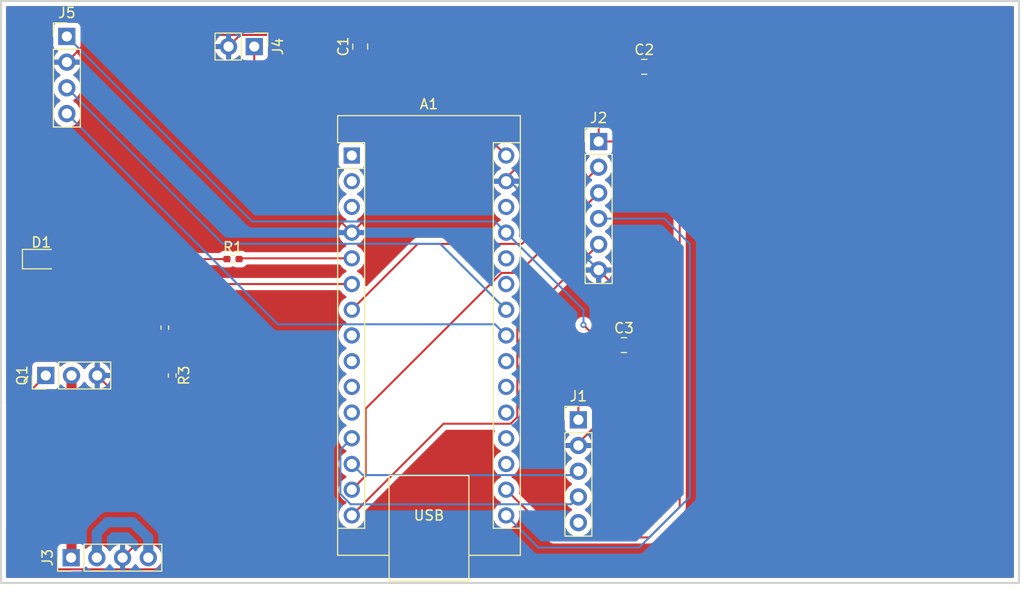
<source format=kicad_pcb>
(kicad_pcb (version 20240108) (generator "pcbnew") (generator_version "8.0")
  (layers (0 "F.Cu" signal) (31 "B.Cu" signal) (34 "B.Paste" user) (35 "F.Paste" user) (36 "B.SilkS" user "B.Silkscreen") (37 "F.SilkS" user "F.Silkscreen") (38 "B.Mask" user) (39 "F.Mask" user) (44 "Edge.Cuts" user))
  (net 0 "")
  (net 3 "SCL")
  (net 4 "GPS_RXD")
  (net 5 "SD_MISO")
  (net 7 "SD_MOSI")
  (net 8 "VIN")
  (net 11 "Net-(A1-D3)")
  (net 12 "GND")
  (net 15 "+3.3V")
  (net 16 "Net-(A1-D2)")
  (net 20 "SD_CLK")
  (net 25 "GPS_TXD")
  (net 26 "SDA")
  (net 28 "+5V")
  (net 29 "SD_CS")
  (net 30 "Net-(D1-A)")
  (net 32 "Net-(J3-Pin_1)")
  (net 33 "Net-(J3-Pin_2)")
  (net 34 "Net-(Q1-G)")
  (footprint "Connector_PinHeader_2.54mm:PinHeader_1x04_P2.54mm_Vertical" (layer "F.Cu") (at 109.5 61)
    (property "Reference" "J5" (at 0 -2.33 0) (layer "F.SilkS"))
    (property "Value" "BME_280")
    (fp_line (start -1.33 -1.33) (end 0 -1.33) (stroke (width 0.12)) (layer "F.SilkS"))
    (fp_line (start -1.33 0) (end -1.33 -1.33) (stroke (width 0.12)) (layer "F.SilkS"))
    (fp_line (start -1.33 1.27) (end -1.33 8.95) (stroke (width 0.12)) (layer "F.SilkS"))
    (fp_line (start -1.33 1.27) (end 1.33 1.27) (stroke (width 0.12)) (layer "F.SilkS"))
    (fp_line (start -1.33 8.95) (end 1.33 8.95) (stroke (width 0.12)) (layer "F.SilkS"))
    (fp_line (start 1.33 1.27) (end 1.33 8.95) (stroke (width 0.12)) (layer "F.SilkS"))
    (pad "1" thru_hole rect (at 0 0) (size 1.7 1.7) (drill 1) (layers "*.Cu" "*.Mask") (net 28 "+5V"))
    (pad "2" thru_hole oval (at 0 2.54) (size 1.7 1.7) (drill 1) (layers "*.Cu" "*.Mask") (net 12 "GND"))
    (pad "3" thru_hole oval (at 0 5.08) (size 1.7 1.7) (drill 1) (layers "*.Cu" "*.Mask") (net 3 "SCL"))
    (pad "4" thru_hole oval (at 0 7.62) (size 1.7 1.7) (drill 1) (layers "*.Cu" "*.Mask") (net 26 "SDA"))
  )
  (footprint "Connector_PinHeader_2.54mm:PinHeader_1x04_P2.54mm_Vertical" (layer "F.Cu") (at 109.92 112.5 90)
    (property "Reference" "J3" (at 0 -2.33 -90) (layer "F.SilkS"))
    (property "Value" "Fuse Pins")
    (fp_line (start -1.33 -1.33) (end 0 -1.33) (stroke (width 0.12)) (layer "F.SilkS"))
    (fp_line (start -1.33 0) (end -1.33 -1.33) (stroke (width 0.12)) (layer "F.SilkS"))
    (fp_line (start 1.33 1.27) (end 1.33 8.95) (stroke (width 0.12)) (layer "F.SilkS"))
    (fp_line (start -1.33 1.27) (end 1.33 1.27) (stroke (width 0.12)) (layer "F.SilkS"))
    (fp_line (start -1.33 1.27) (end -1.33 8.95) (stroke (width 0.12)) (layer "F.SilkS"))
    (fp_line (start -1.33 8.95) (end 1.33 8.95) (stroke (width 0.12)) (layer "F.SilkS"))
    (pad "1" thru_hole rect (at 0 0 90) (size 1.7 1.7) (drill 1) (layers "*.Cu" "*.Mask") (net 32 "Net-(J3-Pin_1)"))
    (pad "2" thru_hole oval (at 0 2.54 90) (size 1.7 1.7) (drill 1) (layers "*.Cu" "*.Mask") (net 33 "Net-(J3-Pin_2)"))
    (pad "3" thru_hole oval (at 0 5.08 90) (size 1.7 1.7) (drill 1) (layers "*.Cu" "*.Mask") (net 12 "GND"))
    (pad "4" thru_hole oval (at 0 7.62 90) (size 1.7 1.7) (drill 1) (layers "*.Cu" "*.Mask") (net 33 "Net-(J3-Pin_2)"))
  )
  (footprint "Connector_PinHeader_2.54mm:PinHeader_1x02_P2.54mm_Vertical" (layer "F.Cu") (at 128 62 -90)
    (property "Reference" "J4" (at 0 -2.33 90) (layer "F.SilkS"))
    (property "Value" "Power In")
    (fp_line (start -1.33 3.87) (end 1.33 3.87) (stroke (width 0.12)) (layer "F.SilkS"))
    (fp_line (start -1.33 1.27) (end -1.33 3.87) (stroke (width 0.12)) (layer "F.SilkS"))
    (fp_line (start -1.33 1.27) (end 1.33 1.27) (stroke (width 0.12)) (layer "F.SilkS"))
    (fp_line (start 1.33 1.27) (end 1.33 3.87) (stroke (width 0.12)) (layer "F.SilkS"))
    (fp_line (start -1.33 0) (end -1.33 -1.33) (stroke (width 0.12)) (layer "F.SilkS"))
    (fp_line (start -1.33 -1.33) (end 0 -1.33) (stroke (width 0.12)) (layer "F.SilkS"))
    (pad "1" thru_hole rect (at 0 0 270) (size 1.7 1.7) (drill 1) (layers "*.Cu" "*.Mask") (net 8 "VIN"))
    (pad "2" thru_hole oval (at 0 2.54 270) (size 1.7 1.7) (drill 1) (layers "*.Cu" "*.Mask") (net 12 "GND"))
  )
  (footprint "Capacitor_SMD:C_0805_2012Metric_Pad1.18x1.45mm_HandSolder" (layer "F.Cu") (at 164.5 91.5)
    (property "Reference" "C3" (at 0 -1.68 0) (layer "F.SilkS"))
    (property "Value" "C")
    (fp_line (start -0.261252 -0.735) (end 0.261252 -0.735) (stroke (width 0.12)) (layer "F.SilkS"))
    (fp_line (start -0.261252 0.735) (end 0.261252 0.735) (stroke (width 0.12)) (layer "F.SilkS"))
    (pad "1" smd roundrect (at -1.0375 0) (size 1.175 1.45) (layers "F.Cu" "F.Paste" "F.Mask") (roundrect_rratio 0.212766) (net 28 "+5V"))
    (pad "2" smd roundrect (at 1.0375 0) (size 1.175 1.45) (layers "F.Cu" "F.Paste" "F.Mask") (roundrect_rratio 0.212766) (net 12 "GND"))
  )
  (footprint "Capacitor_SMD:C_0805_2012Metric_Pad1.18x1.45mm_HandSolder" (layer "F.Cu") (at 138.4625 62 90)
    (property "Reference" "C1" (at 0 -1.68 -90) (layer "F.SilkS"))
    (property "Value" "C")
    (fp_line (start -0.261252 -0.735) (end 0.261252 -0.735) (stroke (width 0.12)) (layer "F.SilkS"))
    (fp_line (start -0.261252 0.735) (end 0.261252 0.735) (stroke (width 0.12)) (layer "F.SilkS"))
    (pad "1" smd roundrect (at -1.0375 0 90) (size 1.175 1.45) (layers "F.Cu" "F.Paste" "F.Mask") (roundrect_rratio 0.212766) (net 8 "VIN"))
    (pad "2" smd roundrect (at 1.0375 0 90) (size 1.175 1.45) (layers "F.Cu" "F.Paste" "F.Mask") (roundrect_rratio 0.212766) (net 12 "GND"))
  )
  (footprint "Connector_PinHeader_2.54mm:PinHeader_1x06_P2.54mm_Vertical" (layer "F.Cu") (at 162 71.38)
    (property "Reference" "J2" (at 0 -2.33 0) (layer "F.SilkS"))
    (property "Value" "SD Card")
    (fp_line (start -1.33 -1.33) (end 0 -1.33) (stroke (width 0.12)) (layer "F.SilkS"))
    (fp_line (start -1.33 0) (end -1.33 -1.33) (stroke (width 0.12)) (layer "F.SilkS"))
    (fp_line (start -1.33 1.27) (end -1.33 14.03) (stroke (width 0.12)) (layer "F.SilkS"))
    (fp_line (start -1.33 1.27) (end 1.33 1.27) (stroke (width 0.12)) (layer "F.SilkS"))
    (fp_line (start -1.33 14.03) (end 1.33 14.03) (stroke (width 0.12)) (layer "F.SilkS"))
    (fp_line (start 1.33 1.27) (end 1.33 14.03) (stroke (width 0.12)) (layer "F.SilkS"))
    (pad "1" thru_hole rect (at 0 0) (size 1.7 1.7) (drill 1) (layers "*.Cu" "*.Mask") (net 15 "+3.3V"))
    (pad "2" thru_hole oval (at 0 2.54) (size 1.7 1.7) (drill 1) (layers "*.Cu" "*.Mask") (net 29 "SD_CS"))
    (pad "3" thru_hole oval (at 0 5.08) (size 1.7 1.7) (drill 1) (layers "*.Cu" "*.Mask") (net 7 "SD_MOSI"))
    (pad "4" thru_hole oval (at 0 7.62) (size 1.7 1.7) (drill 1) (layers "*.Cu" "*.Mask") (net 20 "SD_CLK"))
    (pad "5" thru_hole oval (at 0 10.16) (size 1.7 1.7) (drill 1) (layers "*.Cu" "*.Mask") (net 5 "SD_MISO"))
    (pad "6" thru_hole oval (at 0 12.7) (size 1.7 1.7) (drill 1) (layers "*.Cu" "*.Mask") (net 12 "GND"))
  )
  (footprint "Module:Arduino_Nano" (layer "F.Cu") (at 137.63 72.765)
    (property "Reference" "A1" (at 7.62 -5.08 0) (layer "F.SilkS"))
    (property "Value" "Arduino_Nano_v3.x")
    (fp_line (start -1.4 -3.94) (end -1.4 -1.27) (stroke (width 0.12)) (layer "F.SilkS"))
    (fp_line (start -1.4 1.27) (end -1.4 39.5) (stroke (width 0.12)) (layer "F.SilkS"))
    (fp_line (start -1.4 39.5) (end 3.68 39.5) (stroke (width 0.12)) (layer "F.SilkS"))
    (fp_line (start 1.27 -1.27) (end -1.4 -1.27) (stroke (width 0.12)) (layer "F.SilkS"))
    (fp_line (start 1.27 1.27) (end -1.4 1.27) (stroke (width 0.12)) (layer "F.SilkS"))
    (fp_line (start 1.27 1.27) (end 1.27 -1.27) (stroke (width 0.12)) (layer "F.SilkS"))
    (fp_line (start 1.27 1.27) (end 1.27 36.83) (stroke (width 0.12)) (layer "F.SilkS"))
    (fp_line (start 1.27 36.83) (end -1.4 36.83) (stroke (width 0.12)) (layer "F.SilkS"))
    (fp_line (start 3.68 31.62) (end 11.56 31.62) (stroke (width 0.12)) (layer "F.SilkS"))
    (fp_line (start 3.68 42.04) (end 3.68 31.62) (stroke (width 0.12)) (layer "F.SilkS"))
    (fp_line (start 11.56 31.62) (end 11.56 42.04) (stroke (width 0.12)) (layer "F.SilkS"))
    (fp_line (start 11.56 42.04) (end 3.68 42.04) (stroke (width 0.12)) (layer "F.SilkS"))
    (fp_line (start 13.97 -1.27) (end 13.97 36.83) (stroke (width 0.12)) (layer "F.SilkS"))
    (fp_line (start 13.97 -1.27) (end 16.64 -1.27) (stroke (width 0.12)) (layer "F.SilkS"))
    (fp_line (start 13.97 36.83) (end 16.64 36.83) (stroke (width 0.12)) (layer "F.SilkS"))
    (fp_line (start 16.64 -3.94) (end -1.4 -3.94) (stroke (width 0.12)) (layer "F.SilkS"))
    (fp_line (start 16.64 39.5) (end 11.56 39.5) (stroke (width 0.12)) (layer "F.SilkS"))
    (fp_line (start 16.64 39.5) (end 16.64 -3.94) (stroke (width 0.12)) (layer "F.SilkS"))
    (fp_text user "USB" (at 7.62 35.56 0) (layer "F.SilkS"))
    (pad "1" thru_hole rect (at 0 0) (size 1.6 1.6) (drill 1) (layers "*.Cu" "*.Mask"))
    (pad "2" thru_hole oval (at 0 2.54) (size 1.6 1.6) (drill 1) (layers "*.Cu" "*.Mask"))
    (pad "3" thru_hole oval (at 0 5.08) (size 1.6 1.6) (drill 1) (layers "*.Cu" "*.Mask"))
    (pad "4" thru_hole oval (at 0 7.62) (size 1.6 1.6) (drill 1) (layers "*.Cu" "*.Mask") (net 12 "GND"))
    (pad "5" thru_hole oval (at 0 10.16) (size 1.6 1.6) (drill 1) (layers "*.Cu" "*.Mask") (net 16 "Net-(A1-D2)"))
    (pad "6" thru_hole oval (at 0 12.7) (size 1.6 1.6) (drill 1) (layers "*.Cu" "*.Mask") (net 11 "Net-(A1-D3)"))
    (pad "7" thru_hole oval (at 0 15.24) (size 1.6 1.6) (drill 1) (layers "*.Cu" "*.Mask") (net 29 "SD_CS"))
    (pad "8" thru_hole oval (at 0 17.78) (size 1.6 1.6) (drill 1) (layers "*.Cu" "*.Mask"))
    (pad "9" thru_hole oval (at 0 20.32) (size 1.6 1.6) (drill 1) (layers "*.Cu" "*.Mask"))
    (pad "10" thru_hole oval (at 0 22.86) (size 1.6 1.6) (drill 1) (layers "*.Cu" "*.Mask"))
    (pad "11" thru_hole oval (at 0 25.4) (size 1.6 1.6) (drill 1) (layers "*.Cu" "*.Mask"))
    (pad "12" thru_hole oval (at 0 27.94) (size 1.6 1.6) (drill 1) (layers "*.Cu" "*.Mask") (net 4 "GPS_RXD"))
    (pad "13" thru_hole oval (at 0 30.48) (size 1.6 1.6) (drill 1) (layers "*.Cu" "*.Mask") (net 25 "GPS_TXD"))
    (pad "14" thru_hole oval (at 0 33.02) (size 1.6 1.6) (drill 1) (layers "*.Cu" "*.Mask") (net 7 "SD_MOSI"))
    (pad "15" thru_hole oval (at 0 35.56) (size 1.6 1.6) (drill 1) (layers "*.Cu" "*.Mask") (net 5 "SD_MISO"))
    (pad "16" thru_hole oval (at 15.24 35.56) (size 1.6 1.6) (drill 1) (layers "*.Cu" "*.Mask") (net 20 "SD_CLK"))
    (pad "17" thru_hole oval (at 15.24 33.02) (size 1.6 1.6) (drill 1) (layers "*.Cu" "*.Mask") (net 15 "+3.3V"))
    (pad "18" thru_hole oval (at 15.24 30.48) (size 1.6 1.6) (drill 1) (layers "*.Cu" "*.Mask"))
    (pad "19" thru_hole oval (at 15.24 27.94) (size 1.6 1.6) (drill 1) (layers "*.Cu" "*.Mask"))
    (pad "20" thru_hole oval (at 15.24 25.4) (size 1.6 1.6) (drill 1) (layers "*.Cu" "*.Mask"))
    (pad "21" thru_hole oval (at 15.24 22.86) (size 1.6 1.6) (drill 1) (layers "*.Cu" "*.Mask"))
    (pad "22" thru_hole oval (at 15.24 20.32) (size 1.6 1.6) (drill 1) (layers "*.Cu" "*.Mask"))
    (pad "23" thru_hole oval (at 15.24 17.78) (size 1.6 1.6) (drill 1) (layers "*.Cu" "*.Mask") (net 26 "SDA"))
    (pad "24" thru_hole oval (at 15.24 15.24) (size 1.6 1.6) (drill 1) (layers "*.Cu" "*.Mask") (net 3 "SCL"))
    (pad "25" thru_hole oval (at 15.24 12.7) (size 1.6 1.6) (drill 1) (layers "*.Cu" "*.Mask"))
    (pad "26" thru_hole oval (at 15.24 10.16) (size 1.6 1.6) (drill 1) (layers "*.Cu" "*.Mask"))
    (pad "27" thru_hole oval (at 15.24 7.62) (size 1.6 1.6) (drill 1) (layers "*.Cu" "*.Mask") (net 28 "+5V"))
    (pad "28" thru_hole oval (at 15.24 5.08) (size 1.6 1.6) (drill 1) (layers "*.Cu" "*.Mask"))
    (pad "29" thru_hole oval (at 15.24 2.54) (size 1.6 1.6) (drill 1) (layers "*.Cu" "*.Mask") (net 12 "GND"))
    (pad "30" thru_hole oval (at 15.24 0) (size 1.6 1.6) (drill 1) (layers "*.Cu" "*.Mask") (net 8 "VIN"))
  )
  (footprint "Resistor_SMD:R_0402_1005Metric_Pad0.72x0.64mm_HandSolder" (layer "F.Cu") (at 119.1725 89.77 -90)
    (property "Reference" "R2" (hide yes))
    (property "Value" "100")
    (fp_line (start -0.167621 0.38) (end 0.167621 0.38) (stroke (width 0.12)) (layer "F.SilkS"))
    (fp_line (start -0.167621 -0.38) (end 0.167621 -0.38) (stroke (width 0.12)) (layer "F.SilkS"))
    (pad "1" smd roundrect (at -0.5975 0 270) (size 0.715 0.64) (layers "F.Cu" "F.Paste" "F.Mask") (net 11 "Net-(A1-D3)"))
    (pad "2" smd roundrect (at 0.5975 0 270) (size 0.715 0.64) (layers "F.Cu" "F.Paste" "F.Mask") (net 34 "Net-(Q1-G)"))
  )
  (footprint "Capacitor_SMD:C_0805_2012Metric_Pad1.18x1.45mm_HandSolder" (layer "F.Cu") (at 166.5 64)
    (property "Reference" "C2" (at 0 -1.68 0) (layer "F.SilkS"))
    (property "Value" "C")
    (fp_line (start -0.261252 -0.735) (end 0.261252 -0.735) (stroke (width 0.12)) (layer "F.SilkS"))
    (fp_line (start -0.261252 0.735) (end 0.261252 0.735) (stroke (width 0.12)) (layer "F.SilkS"))
    (pad "1" smd roundrect (at -1.0375 0) (size 1.175 1.45) (layers "F.Cu" "F.Paste" "F.Mask") (roundrect_rratio 0.212766) (net 15 "+3.3V"))
    (pad "2" smd roundrect (at 1.0375 0) (size 1.175 1.45) (layers "F.Cu" "F.Paste" "F.Mask") (roundrect_rratio 0.212766) (net 12 "GND"))
  )
  (footprint "LED_SMD:LED_0805_2012Metric_Pad1.15x1.40mm_HandSolder" (layer "F.Cu") (at 106.975 83)
    (property "Reference" "D1" (at 0 -1.65 0) (layer "F.SilkS"))
    (property "Value" "LED")
    (fp_line (start -1.86 -0.96) (end -1.86 0.96) (stroke (width 0.12)) (layer "F.SilkS"))
    (fp_line (start -1.86 0.96) (end 1 0.96) (stroke (width 0.12)) (layer "F.SilkS"))
    (fp_line (start 1 -0.96) (end -1.86 -0.96) (stroke (width 0.12)) (layer "F.SilkS"))
    (pad "1" smd roundrect (at -1.025 0) (size 1.15 1.4) (layers "F.Cu" "F.Paste" "F.Mask") (roundrect_rratio 0.217391) (net 12 "GND"))
    (pad "2" smd roundrect (at 1.025 0) (size 1.15 1.4) (layers "F.Cu" "F.Paste" "F.Mask") (roundrect_rratio 0.217391) (net 30 "Net-(D1-A)"))
  )
  (footprint "Connector_PinHeader_2.54mm:PinHeader_1x03_P2.54mm_Vertical" (layer "F.Cu") (at 107.42 94.5 90)
    (property "Reference" "Q1" (at 0 -2.33 -90) (layer "F.SilkS"))
    (property "Value" "30N06L")
    (fp_line (start -1.33 -1.33) (end 0 -1.33) (stroke (width 0.12)) (layer "F.SilkS"))
    (fp_line (start -1.33 0) (end -1.33 -1.33) (stroke (width 0.12)) (layer "F.SilkS"))
    (fp_line (start 1.33 1.27) (end 1.33 6.41) (stroke (width 0.12)) (layer "F.SilkS"))
    (fp_line (start -1.33 1.27) (end 1.33 1.27) (stroke (width 0.12)) (layer "F.SilkS"))
    (fp_line (start -1.33 1.27) (end -1.33 6.41) (stroke (width 0.12)) (layer "F.SilkS"))
    (fp_line (start -1.33 6.41) (end 1.33 6.41) (stroke (width 0.12)) (layer "F.SilkS"))
    (pad "1" thru_hole rect (at 0 0 90) (size 1.7 1.7) (drill 1) (layers "*.Cu" "*.Mask") (net 34 "Net-(Q1-G)"))
    (pad "2" thru_hole oval (at 0 2.54 90) (size 1.7 1.7) (drill 1) (layers "*.Cu" "*.Mask") (net 32 "Net-(J3-Pin_1)"))
    (pad "3" thru_hole oval (at 0 5.08 90) (size 1.7 1.7) (drill 1) (layers "*.Cu" "*.Mask") (net 12 "GND"))
  )
  (footprint "Resistor_SMD:R_0402_1005Metric_Pad0.72x0.64mm_HandSolder" (layer "F.Cu") (at 119.9025 94.5 -90)
    (property "Reference" "R3" (at 0 -1.17 90) (layer "F.SilkS"))
    (property "Value" "10k")
    (fp_line (start -0.167621 0.38) (end 0.167621 0.38) (stroke (width 0.12)) (layer "F.SilkS"))
    (fp_line (start -0.167621 -0.38) (end 0.167621 -0.38) (stroke (width 0.12)) (layer "F.SilkS"))
    (pad "1" smd roundrect (at -0.5975 0 270) (size 0.715 0.64) (layers "F.Cu" "F.Paste" "F.Mask") (net 34 "Net-(Q1-G)"))
    (pad "2" smd roundrect (at 0.5975 0 270) (size 0.715 0.64) (layers "F.Cu" "F.Paste" "F.Mask") (net 12 "GND"))
  )
  (footprint "Resistor_SMD:R_0402_1005Metric_Pad0.72x0.64mm_HandSolder" (layer "F.Cu") (at 125.9025 83)
    (property "Reference" "R1" (at 0 -1.17 0) (layer "F.SilkS"))
    (property "Value" "330")
    (fp_line (start -0.167621 -0.38) (end 0.167621 -0.38) (stroke (width 0.12)) (layer "F.SilkS"))
    (fp_line (start -0.167621 0.38) (end 0.167621 0.38) (stroke (width 0.12)) (layer "F.SilkS"))
    (pad "1" smd roundrect (at -0.5975 0) (size 0.715 0.64) (layers "F.Cu" "F.Paste" "F.Mask") (net 30 "Net-(D1-A)"))
    (pad "2" smd roundrect (at 0.5975 0) (size 0.715 0.64) (layers "F.Cu" "F.Paste" "F.Mask") (net 16 "Net-(A1-D2)"))
  )
  (footprint "Connector_PinHeader_2.54mm:PinHeader_1x05_P2.54mm_Vertical" (layer "F.Cu") (at 160 98.88)
    (property "Reference" "J1" (at 0 -2.33 0) (layer "F.SilkS"))
    (property "Value" "GPS")
    (fp_line (start -1.33 -1.33) (end 0 -1.33) (stroke (width 0.12)) (layer "F.SilkS"))
    (fp_line (start -1.33 0) (end -1.33 -1.33) (stroke (width 0.12)) (layer "F.SilkS"))
    (fp_line (start -1.33 1.27) (end -1.33 11.49) (stroke (width 0.12)) (layer "F.SilkS"))
    (fp_line (start -1.33 1.27) (end 1.33 1.27) (stroke (width 0.12)) (layer "F.SilkS"))
    (fp_line (start -1.33 11.49) (end 1.33 11.49) (stroke (width 0.12)) (layer "F.SilkS"))
    (fp_line (start 1.33 1.27) (end 1.33 11.49) (stroke (width 0.12)) (layer "F.SilkS"))
    (pad "1" thru_hole rect (at 0 0) (size 1.7 1.7) (drill 1) (layers "*.Cu" "*.Mask") (net 28 "+5V"))
    (pad "2" thru_hole oval (at 0 2.54) (size 1.7 1.7) (drill 1) (layers "*.Cu" "*.Mask") (net 12 "GND"))
    (pad "3" thru_hole oval (at 0 5.08) (size 1.7 1.7) (drill 1) (layers "*.Cu" "*.Mask") (net 25 "GPS_TXD"))
    (pad "4" thru_hole oval (at 0 7.62) (size 1.7 1.7) (drill 1) (layers "*.Cu" "*.Mask") (net 4 "GPS_RXD"))
    (pad "5" thru_hole oval (at 0 10.16) (size 1.7 1.7) (drill 1) (layers "*.Cu" "*.Mask"))
  )
  (gr_rect (start 103 57.5) (end 203.5 115) (stroke (width 0.2)) (fill none) (layer "Edge.Cuts"))
  (gr_text "Moonstone by Dawid Fedor revision 1 2024" (at 142.5 61 0) (layer "F.Cu") (effects (font (size 1.5 1.5) (thickness 0.3) (bold yes)) (justify left bottom)))
  (segment (start 146.35 81.485) (end 152.87 88.005) (width 0.2) (layer "B.Cu") (net 3))
  (segment (start 109.5 66.08) (end 124.905 81.485) (width 0.2) (layer "B.Cu") (net 3))
  (segment (start 124.905 81.485) (end 146.35 81.485) (width 0.2) (layer "B.Cu") (net 3))
  (segment (start 136.5 106.210635) (end 136.5 101.835) (width 0.2) (layer "B.Cu") (net 4))
  (segment (start 136.5 101.835) (end 137.63 100.705) (width 0.2) (layer "B.Cu") (net 4))
  (segment (start 159.275 107.225) (end 137.514365 107.225) (width 0.2) (layer "B.Cu") (net 4))
  (segment (start 137.514365 107.225) (end 136.5 106.210635) (width 0.2) (layer "B.Cu") (net 4))
  (segment (start 160 106.5) (end 159.275 107.225) (width 0.2) (layer "B.Cu") (net 4))
  (segment (start 153.325635 99.265) (end 146.69 99.265) (width 0.2) (layer "F.Cu") (net 5))
  (segment (start 146.69 99.265) (end 137.63 108.325) (width 0.2) (layer "F.Cu") (net 5))
  (segment (start 153.97 89.57) (end 153.97 98.620635) (width 0.2) (layer "F.Cu") (net 5))
  (segment (start 153.97 98.620635) (end 153.325635 99.265) (width 0.2) (layer "F.Cu") (net 5))
  (segment (start 162 81.54) (end 153.97 89.57) (width 0.2) (layer "F.Cu") (net 5))
  (segment (start 139 104.415) (end 137.63 105.785) (width 0.2) (layer "F.Cu") (net 7))
  (segment (start 138.274365 105.785) (end 137.63 105.785) (width 0.2) (layer "F.Cu") (net 7))
  (segment (start 162 76.46) (end 154.095 84.365) (width 0.2) (layer "F.Cu") (net 7))
  (segment (start 139 97.779365) (end 139 104.415) (width 0.2) (layer "F.Cu") (net 7))
  (segment (start 152.414365 84.365) (end 139 97.779365) (width 0.2) (layer "F.Cu") (net 7))
  (segment (start 154.095 84.365) (end 152.414365 84.365) (width 0.2) (layer "F.Cu") (net 7))
  (segment (start 133.5 69) (end 133.25 68.75) (width 0.2) (layer "F.Cu") (net 8))
  (segment (start 152.87 72.765) (end 149.105 69) (width 0.2) (layer "F.Cu") (net 8))
  (segment (start 133.25 68.75) (end 138.4625 63.5375) (width 0.2) (layer "F.Cu") (net 8))
  (segment (start 149.105 69) (end 133.5 69) (width 0.2) (layer "F.Cu") (net 8))
  (segment (start 133.25 68.75) (end 128 63.5) (width 0.2) (layer "F.Cu") (net 8))
  (segment (start 138.4625 63.5375) (end 138.4625 63.0375) (width 0.2) (layer "F.Cu") (net 8))
  (segment (start 128 63.5) (end 128 62) (width 0.2) (layer "F.Cu") (net 8))
  (segment (start 137.63 85.465) (end 122.88 85.465) (width 0.2) (layer "F.Cu") (net 11))
  (segment (start 122.88 85.465) (end 119.1725 89.1725) (width 0.2) (layer "F.Cu") (net 11))
  (segment (start 160 101.42) (end 160 101.18) (width 0.2) (layer "F.Cu") (net 12))
  (segment (start 125.46 68.215) (end 137.63 80.385) (width 0.2) (layer "F.Cu") (net 12))
  (segment (start 166.5125 62.975) (end 164.890256 62.975) (width 0.2) (layer "F.Cu") (net 12))
  (segment (start 115 112.5) (end 119.9025 107.5975) (width 0.2) (layer "F.Cu") (net 12))
  (segment (start 116 98) (end 119.9025 98) (width 0.2) (layer "F.Cu") (net 12))
  (segment (start 109.5 63.54) (end 112.19 60.85) (width 0.2) (layer "F.Cu") (net 12))
  (segment (start 125.46 62) (end 126.61 60.85) (width 0.2) (layer "F.Cu") (net 12))
  (segment (start 138.35 60.85) (end 138.4625 60.9625) (width 0.2) (layer "F.Cu") (net 12))
  (segment (start 164.890256 62.975) (end 152.87 74.995256) (width 0.2) (layer "F.Cu") (net 12))
  (segment (start 152.87 74.995256) (end 152.87 75.305) (width 0.2) (layer "F.Cu") (net 12))
  (segment (start 165.5375 91.5) (end 165.5375 87.6175) (width 0.2) (layer "F.Cu") (net 12))
  (segment (start 165.5375 95.6425) (end 165.5375 91.5) (width 0.2) (layer "F.Cu") (net 12))
  (segment (start 119.9025 107.5975) (end 119.9025 98) (width 0.2) (layer "F.Cu") (net 12))
  (segment (start 142.71 75.305) (end 137.63 80.385) (width 0.2) (layer "F.Cu") (net 12))
  (segment (start 167.5375 64) (end 166.5125 62.975) (width 0.2) (layer "F.Cu") (net 12))
  (segment (start 125.46 62) (end 125.46 68.215) (width 0.2) (layer "F.Cu") (net 12))
  (segment (start 152.87 75.305) (end 142.71 75.305) (width 0.2) (layer "F.Cu") (net 12))
  (segment (start 153.105 75.305) (end 152.87 75.305) (width 0.2) (layer "F.Cu") (net 12))
  (segment (start 112.5 94.5) (end 116 98) (width 0.2) (layer "F.Cu") (net 12))
  (segment (start 165.5375 87.6175) (end 162 84.08) (width 0.2) (layer "F.Cu") (net 12))
  (segment (start 112.19 60.85) (end 138.35 60.85) (width 0.2) (layer "F.Cu") (net 12))
  (segment (start 126.61 60.85) (end 138.35 60.85) (width 0.2) (layer "F.Cu") (net 12))
  (segment (start 119.9025 98) (end 119.9025 95.0975) (width 0.2) (layer "F.Cu") (net 12))
  (segment (start 160 101.18) (end 165.5375 95.6425) (width 0.2) (layer "F.Cu") (net 12))
  (segment (start 162 84.08) (end 153.225 75.305) (width 0.2) (layer "B.Cu") (net 12))
  (segment (start 153.225 75.305) (end 152.87 75.305) (width 0.2) (layer "B.Cu") (net 12))
  (segment (start 167 110.5) (end 157.585 110.5) (width 0.2) (layer "F.Cu") (net 15))
  (segment (start 162 67.4625) (end 165.4625 64) (width 0.2) (layer "F.Cu") (net 15))
  (segment (start 167.38 71.38) (end 170 74) (width 0.2) (layer "F.Cu") (net 15))
  (segment (start 162 71.38) (end 167.38 71.38) (width 0.2) (layer "F.Cu") (net 15))
  (segment (start 170 107.5) (end 167 110.5) (width 0.2) (layer "F.Cu") (net 15))
  (segment (start 157.585 110.5) (end 152.87 105.785) (width 0.2) (layer "F.Cu") (net 15))
  (segment (start 162 71.38) (end 162 67.4625) (width 0.2) (layer "F.Cu") (net 15))
  (segment (start 170 74) (end 170 107.5) (width 0.2) (layer "F.Cu") (net 15))
  (segment (start 126.575 82.925) (end 126.5 83) (width 0.2) (layer "F.Cu") (net 16))
  (segment (start 137.63 82.925) (end 126.575 82.925) (width 0.2) (layer "F.Cu") (net 16))
  (segment (start 171 106.5) (end 166 111.5) (width 0.2) (layer "B.Cu") (net 20))
  (segment (start 168.5 79) (end 171 81.5) (width 0.2) (layer "B.Cu") (net 20))
  (segment (start 171 81.5) (end 171 106.5) (width 0.2) (layer "B.Cu") (net 20))
  (segment (start 166 111.5) (end 156.045 111.5) (width 0.2) (layer "B.Cu") (net 20))
  (segment (start 156.045 111.5) (end 152.87 108.325) (width 0.2) (layer "B.Cu") (net 20))
  (segment (start 162 79) (end 168.5 79) (width 0.2) (layer "B.Cu") (net 20))
  (segment (start 160 103.96) (end 159.615 104.345) (width 0.2) (layer "B.Cu") (net 25))
  (segment (start 159.615 104.345) (end 138.73 104.345) (width 0.2) (layer "B.Cu") (net 25))
  (segment (start 138.73 104.345) (end 137.63 103.245) (width 0.2) (layer "B.Cu") (net 25))
  (segment (start 130.325 89.445) (end 151.77 89.445) (width 0.2) (layer "B.Cu") (net 26))
  (segment (start 109.5 68.62) (end 130.325 89.445) (width 0.2) (layer "B.Cu") (net 26))
  (segment (start 151.77 89.445) (end 152.87 90.545) (width 0.2) (layer "B.Cu") (net 26))
  (segment (start 162.5 91.5) (end 163.4625 91.5) (width 0.2) (layer "F.Cu") (net 28))
  (segment (start 164 90.9625) (end 163.4625 91.5) (width 0.2) (layer "F.Cu") (net 28))
  (segment (start 162.9175 90.955) (end 163.4625 91.5) (width 0.2) (layer "F.Cu") (net 28))
  (segment (start 160 94.9625) (end 163.4625 91.5) (width 0.2) (layer "F.Cu") (net 28))
  (segment (start 160 98.88) (end 160 94.9625) (width 0.2) (layer "F.Cu") (net 28))
  (segment (start 160.5 89.5) (end 162.5 91.5) (width 0.2) (layer "F.Cu") (net 28))
  (via (at 160.5 89.5) (size 0.6) (drill 0.3) (layers "F.Cu" "B.Cu") (net 28))
  (segment (start 152.87 80.385) (end 160.5 88.015) (width 0.2) (layer "B.Cu") (net 28))
  (segment (start 160.5 88.015) (end 160.5 89.5) (width 0.2) (layer "B.Cu") (net 28))
  (segment (start 127.785 79.285) (end 151.77 79.285) (width 0.2) (layer "B.Cu") (net 28))
  (segment (start 109.5 61) (end 127.785 79.285) (width 0.2) (layer "B.Cu") (net 28))
  (segment (start 151.77 79.285) (end 152.87 80.385) (width 0.2) (layer "B.Cu") (net 28))
  (segment (start 154.42 81.5) (end 144.135 81.5) (width 0.2) (layer "F.Cu") (net 29))
  (segment (start 162 73.92) (end 154.42 81.5) (width 0.2) (layer "F.Cu") (net 29))
  (segment (start 144.135 81.5) (end 137.63 88.005) (width 0.2) (layer "F.Cu") (net 29))
  (segment (start 125.305 83) (end 108 83) (width 0.2) (layer "F.Cu") (net 30))
  (segment (start 109.96 94.5) (end 109.96 112.46) (width 1) (layer "F.Cu") (net 32))
  (segment (start 109.96 112.46) (end 109.92 112.5) (width 0.2) (layer "F.Cu") (net 32))
  (segment (start 116 109) (end 117.54 110.54) (width 1) (layer "B.Cu") (net 33))
  (segment (start 112.46 110.04) (end 113.5 109) (width 1) (layer "B.Cu") (net 33))
  (segment (start 112.46 112.5) (end 112.46 110.04) (width 1) (layer "B.Cu") (net 33))
  (segment (start 117.54 110.54) (end 117.54 112.5) (width 1) (layer "B.Cu") (net 33))
  (segment (start 113.5 109) (end 116 109) (width 1) (layer "B.Cu") (net 33))
  (segment (start 103.9 108.9) (end 108.65 113.65) (width 0.2) (layer "F.Cu") (net 34))
  (segment (start 107.42 94.5) (end 103.9 98.02) (width 0.2) (layer "F.Cu") (net 34))
  (segment (start 119.1725 93.1725) (end 119.9025 93.9025) (width 0.2) (layer "F.Cu") (net 34))
  (segment (start 103.9 98.02) (end 103.9 108.9) (width 0.2) (layer "F.Cu") (net 34))
  (segment (start 120.5225 94.5225) (end 119.9025 93.9025) (width 0.2) (layer "F.Cu") (net 34))
  (segment (start 108.65 113.65) (end 118.35 113.65) (width 0.2) (layer "F.Cu") (net 34))
  (segment (start 120.5225 111.4775) (end 120.5225 94.5225) (width 0.2) (layer "F.Cu") (net 34))
  (segment (start 119.1725 90.3675) (end 119.1725 93.1725) (width 0.2) (layer "F.Cu") (net 34))
  (segment (start 118.35 113.65) (end 120.5225 111.4775) (width 0.2) (layer "F.Cu") (net 34))
  (zone (net 12) (net_name "GND") (layer "F.Cu") (connect_pads (clearance 0.5)) (min_thickness 0.25) (fill yes (thermal_gap 0.5) (thermal_bridge_width 0.5))
    (polygon (pts (xy 203.5 57.5) (xy 203.5 115) (xy 103 115) (xy 103 57.5) (xy 203 57.5)))
  )
  (zone (net 12) (net_name "GND") (layer "B.Cu") (priority 1) (connect_pads (clearance 0.5)) (min_thickness 0.25) (fill yes (thermal_gap 0.5) (thermal_bridge_width 0.5))
    (polygon (pts (xy 204 114.5) (xy 204 58) (xy 103 58) (xy 103 114.5)))
  )
)
</source>
